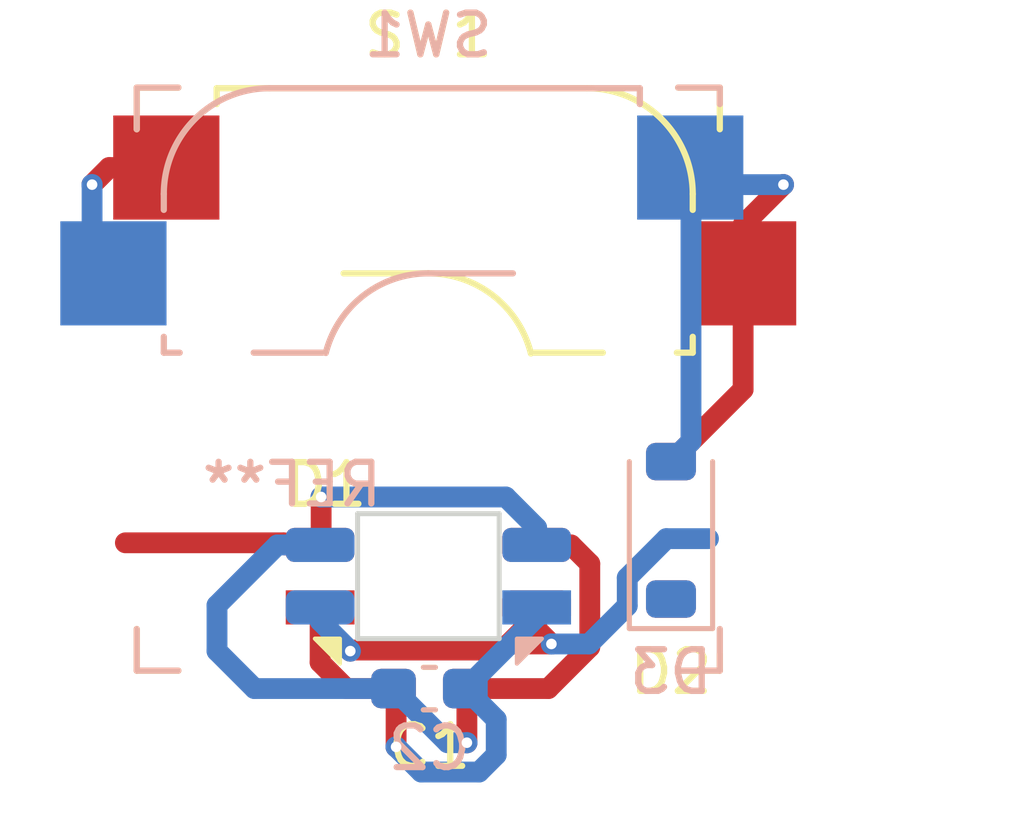
<source format=kicad_pcb>
(kicad_pcb (version 20240108) (generator "pcbnew") (generator_version "8.0")
  (layers (0 "F.Cu" signal) (31 "B.Cu" signal) (34 "B.Paste" user) (35 "F.Paste" user) (36 "B.SilkS" user "B.Silkscreen") (37 "F.SilkS" user "F.Silkscreen") (38 "B.Mask" user) (39 "F.Mask" user) (44 "Edge.Cuts" user))
  (net 0 "")
  (net 1 "VSYS")
  (net 2 "GND")
  (net 3 "/LED_Out")
  (net 4 "/LED_In")
  (net 5 "/Row")
  (net 6 "Net-(D2-A)")
  (net 7 "/Col")
  (footprint "Capacitor_SMD:C_0603_1608Metric_Pad1.08x0.95mm_HandSolder" (layer "F.Cu") (at 104.7 70.7 180)
    (property "Reference" "C1" (at 0 -1.4 0) (layer "F.SilkS"))
    (property "Value" "100nF")
    (fp_line (start -0.146267 0.51) (end 0.146267 0.51) (stroke (width 0.12)) (layer "F.SilkS"))
    (fp_line (start -0.146267 -0.51) (end 0.146267 -0.51) (stroke (width 0.12)) (layer "F.SilkS"))
    (pad "1" smd roundrect (at -0.8625 0 180) (size 1.075 0.95) (layers "F.Cu" "F.Paste" "F.Mask") (net 1 "VSYS"))
    (pad "2" smd roundrect (at 0.8625 0 180) (size 1.075 0.95) (layers "F.Cu" "F.Paste" "F.Mask") (net 2 "GND"))
  )
  (footprint "Extra:SK6812-MINI-E_ReverseMount_reversible" (layer "F.Cu") (at 104.675513 68.001152)
    (property "Reference" "D1" (at -2.466619 -2.193323 0) (layer "F.SilkS"))
    (property "Value" "~" (hide yes))
    (fp_poly (pts (xy 2.725 1.5) (xy 2.125 1.5) (xy 2.125 2.1)) (stroke (width 0.1)) (fill solid) (layer "B.SilkS"))
    (fp_poly (pts (xy -2.725 1.5) (xy -2.125 1.5) (xy -2.125 2.1)) (stroke (width 0.1)) (fill solid) (layer "F.SilkS"))
    (fp_line (start -1.7 -1.5) (end 1.7 -1.5) (stroke (width 0.12)) (layer "Edge.Cuts"))
    (fp_line (start -1.7 1.5) (end -1.7 -1.5) (stroke (width 0.12)) (layer "Edge.Cuts"))
    (fp_line (start 1.7 -1.5) (end 1.7 1.5) (stroke (width 0.12)) (layer "Edge.Cuts"))
    (fp_line (start 1.7 1.5) (end -1.7 1.5) (stroke (width 0.12)) (layer "Edge.Cuts"))
    (fp_text user "REF**" (at -3.275513 -2.201152 0) (layer "B.SilkS") (effects (justify mirror)))
    (pad "1" smd rect (at -2.6 0.75) (size 1.65 0.82) (layers "F.Cu" "F.Paste" "F.Mask") (net 2 "GND"))
    (pad "1" smd rect (at 2.6 0.75) (size 1.65 0.82) (layers "B.Cu" "B.Paste" "B.Mask") (net 2 "GND"))
    (pad "2" smd roundrect (at -2.6 -0.75) (size 1.65 0.82) (layers "F.Cu" "F.Paste" "F.Mask") (net 4 "/LED_In"))
    (pad "2" smd roundrect (at 2.6 -0.75) (size 1.65 0.82) (layers "B.Cu" "B.Paste" "B.Mask") (net 4 "/LED_In"))
    (pad "3" smd roundrect (at -2.6 -0.75) (size 1.65 0.82) (layers "B.Cu" "B.Paste" "B.Mask") (net 1 "VSYS"))
    (pad "3" smd roundrect (at 2.6 -0.75) (size 1.65 0.82) (layers "F.Cu" "F.Paste" "F.Mask") (net 1 "VSYS"))
    (pad "4" smd roundrect (at -2.6 0.75) (size 1.65 0.82) (layers "B.Cu" "B.Paste" "B.Mask") (net 3 "/LED_Out"))
    (pad "4" smd roundrect (at 2.6 0.75) (size 1.65 0.82) (layers "F.Cu" "F.Paste" "F.Mask") (net 3 "/LED_Out"))
  )
  (footprint "Diode_SMD:D_SOD-123" (layer "F.Cu") (at 110.5 66.9 90)
    (property "Reference" "D2" (at -3.4 0 180) (layer "F.SilkS"))
    (property "Value" "1N4148W")
    (fp_line (start -2.36 -1) (end 1.65 -1) (stroke (width 0.12)) (layer "F.SilkS"))
    (fp_line (start -2.36 -1) (end -2.36 1) (stroke (width 0.12)) (layer "F.SilkS"))
    (fp_line (start -2.36 1) (end 1.65 1) (stroke (width 0.12)) (layer "F.SilkS"))
    (pad "1" smd roundrect (at -1.65 0 90) (size 0.9 1.2) (layers "F.Cu" "F.Paste" "F.Mask") (net 5 "/Row"))
    (pad "2" smd roundrect (at 1.65 0 90) (size 0.9 1.2) (layers "F.Cu" "F.Paste" "F.Mask") (net 6 "Net-(D2-A)"))
  )
  (footprint "Extra:Kailh_socket_MX_reversible" (layer "F.Cu") (at 104.6725 63.27)
    (property "Reference" "SW1" (at 0 -8.255 0) (layer "F.SilkS"))
    (property "Value" "CPG151101S11")
    (fp_line (start -7 -7) (end -6 -7) (stroke (width 0.15)) (layer "B.SilkS"))
    (fp_line (start -7 -6) (end -7 -7) (stroke (width 0.15)) (layer "B.SilkS"))
    (fp_line (start -7 7) (end -7 6) (stroke (width 0.15)) (layer "B.SilkS"))
    (fp_line (start -6.35 -4.445) (end -6.35 -4.064) (stroke (width 0.15)) (layer "B.SilkS"))
    (fp_line (start -6.35 -1.016) (end -6.35 -0.635) (stroke (width 0.15)) (layer "B.SilkS"))
    (fp_line (start -6.35 -0.635) (end -5.969 -0.635) (stroke (width 0.15)) (layer "B.SilkS"))
    (fp_line (start -6 7) (end -7 7) (stroke (width 0.15)) (layer "B.SilkS"))
    (fp_line (start -4.191 -0.635) (end -2.54 -0.635) (stroke (width 0.15)) (layer "B.SilkS"))
    (fp_line (start 0 -2.54) (end 2.032 -2.54) (stroke (width 0.15)) (layer "B.SilkS"))
    (fp_line (start 5.08 -6.985) (end -3.81 -6.985) (stroke (width 0.15)) (layer "B.SilkS"))
    (fp_line (start 5.08 -6.604) (end 5.08 -6.985) (stroke (width 0.15)) (layer "B.SilkS"))
    (fp_line (start 6 -7) (end 7 -7) (stroke (width 0.15)) (layer "B.SilkS"))
    (fp_line (start 7 -7) (end 7 -6.604) (stroke (width 0.15)) (layer "B.SilkS"))
    (fp_line (start 7 6) (end 7 7) (stroke (width 0.15)) (layer "B.SilkS"))
    (fp_line (start 7 7) (end 6 7) (stroke (width 0.15)) (layer "B.SilkS"))
    (fp_arc (start -6.35 -4.445) (mid -5.606051 -6.241051) (end -3.81 -6.985) (stroke (width 0.15)) (layer "B.SilkS"))
    (fp_arc (start -2.461268 -0.627503) (mid -1.558484 -2.005674) (end 0 -2.54) (stroke (width 0.15)) (layer "B.SilkS"))
    (fp_line (start -7 -7) (end -6 -7) (stroke (width 0.15)) (layer "F.SilkS"))
    (fp_line (start -7 -6) (end -7 -7) (stroke (width 0.15)) (layer "F.SilkS"))
    (fp_line (start -7 7) (end -7 6) (stroke (width 0.15)) (layer "F.SilkS"))
    (fp_line (start -6 7) (end -7 7) (stroke (width 0.15)) (layer "F.SilkS"))
    (fp_line (start -5.08 -6.985) (end 3.81 -6.985) (stroke (width 0.15)) (layer "F.SilkS"))
    (fp_line (start -5.08 -6.604) (end -5.08 -6.985) (stroke (width 0.15)) (layer "F.SilkS"))
    (fp_line (start 0 -2.54) (end -2.032 -2.54) (stroke (width 0.15)) (layer "F.SilkS"))
    (fp_line (start 4.191 -0.635) (end 2.539999 -0.634999) (stroke (width 0.15)) (layer "F.SilkS"))
    (fp_line (start 6 -7) (end 7 -7) (stroke (width 0.15)) (layer "F.SilkS"))
    (fp_line (start 6.35 -4.445) (end 6.35 -4.064) (stroke (width 0.15)) (layer "F.SilkS"))
    (fp_line (start 6.35 -1.016) (end 6.35 -0.635) (stroke (width 0.15)) (layer "F.SilkS"))
    (fp_line (start 6.35 -0.635) (end 5.969 -0.635) (stroke (width 0.15)) (layer "F.SilkS"))
    (fp_line (start 7 -7) (end 7 -6) (stroke (width 0.15)) (layer "F.SilkS"))
    (fp_line (start 7 6.604) (end 7 7) (stroke (width 0.15)) (layer "F.SilkS"))
    (fp_line (start 7 7) (end 6 7) (stroke (width 0.15)) (layer "F.SilkS"))
    (fp_arc (start 0 -2.54) (mid 1.563147 -2.002042) (end 2.464162 -0.61604) (stroke (width 0.15)) (layer "F.SilkS"))
    (fp_arc (start 3.81 -6.985) (mid 5.606051 -6.241051) (end 6.35 -4.445) (stroke (width 0.15)) (layer "F.SilkS"))
    (fp_text user "${REFERENCE}" (at 0 -8.255 0) (layer "B.SilkS") (effects (justify mirror)))
    (pad "" np_thru_hole circle (at -5.08 0) (size 1.7018 1.7018) (drill 1.7018) (layers "*.Cu" "*.Mask"))
    (pad "" np_thru_hole circle (at -3.81 -2.54) (size 3 3) (drill 3) (layers "*.Cu" "*.Mask"))
    (pad "" np_thru_hole circle (at -2.54 -5.08 180) (size 3 3) (drill 3) (layers "*.Cu" "*.Mask"))
    (pad "" np_thru_hole circle (at 0 0) (size 3.9878 3.9878) (drill 3.9878) (layers "*.Cu" "*.Mask"))
    (pad "" np_thru_hole circle (at 2.54 -5.08) (size 3 3) (drill 3) (layers "*.Cu" "*.Mask"))
    (pad "" np_thru_hole circle (at 3.81 -2.54 180) (size 3 3) (drill 3) (layers "*.Cu" "*.Mask"))
    (pad "" np_thru_hole circle (at 5.08 0) (size 1.7018 1.7018) (drill 1.7018) (layers "*.Cu" "*.Mask"))
    (pad "1" smd rect (at -7.56 -2.54) (size 2.55 2.5) (layers "B.Cu" "B.Paste" "B.Mask") (net 7 "/Col"))
    (pad "1" smd rect (at -6.29 -5.08 180) (size 2.55 2.5) (layers "F.Cu" "F.Paste" "F.Mask") (net 7 "/Col"))
    (pad "2" smd rect (at 6.29 -5.08) (size 2.55 2.5) (layers "B.Cu" "B.Paste" "B.Mask") (net 6 "Net-(D2-A)"))
    (pad "2" smd rect (at 7.56 -2.54 180) (size 2.55 2.5) (layers "F.Cu" "F.Paste" "F.Mask") (net 6 "Net-(D2-A)"))
  )
  (footprint "Capacitor_SMD:C_0603_1608Metric_Pad1.08x0.95mm_HandSolder" (layer "B.Cu") (at 104.7 70.7)
    (property "Reference" "C2" (at 0 1.43 0) (layer "B.SilkS") (effects (justify mirror)))
    (property "Value" "100nF")
    (fp_line (start 0.146267 -0.51) (end -0.146267 -0.51) (stroke (width 0.12)) (layer "B.SilkS"))
    (fp_line (start 0.146267 0.51) (end -0.146267 0.51) (stroke (width 0.12)) (layer "B.SilkS"))
    (pad "1" smd roundrect (at -0.8625 0) (size 1.075 0.95) (layers "B.Cu" "B.Paste" "B.Mask") (net 1 "VSYS"))
    (pad "2" smd roundrect (at 0.8625 0) (size 1.075 0.95) (layers "B.Cu" "B.Paste" "B.Mask") (net 2 "GND"))
  )
  (footprint "Diode_SMD:D_SOD-123" (layer "B.Cu") (at 110.5 66.9 90)
    (property "Reference" "D3" (at -3.4 0 180) (layer "B.SilkS") (effects (justify mirror)))
    (property "Value" "1N4148W")
    (fp_line (start 1.65 -1) (end -2.36 -1) (stroke (width 0.12)) (layer "B.SilkS"))
    (fp_line (start -2.36 -1) (end -2.36 1) (stroke (width 0.12)) (layer "B.SilkS"))
    (fp_line (start 1.65 1) (end -2.36 1) (stroke (width 0.12)) (layer "B.SilkS"))
    (pad "1" smd roundrect (at -1.65 0 90) (size 0.9 1.2) (layers "B.Cu" "B.Paste" "B.Mask") (net 5 "/Row"))
    (pad "2" smd roundrect (at 1.65 0 90) (size 0.9 1.2) (layers "B.Cu" "B.Paste" "B.Mask") (net 6 "Net-(D2-A)"))
  )
  (segment (start 107.275513 67.251152) (end 108.100513 67.251152) (width 0.5) (layer "F.Cu") (net 1))
  (segment (start 105.6 70.7375) (end 105.5625 70.7) (width 0.5) (layer "F.Cu") (net 1))
  (segment (start 107.553715 70.7) (end 105.5625 70.7) (width 0.5) (layer "F.Cu") (net 1))
  (segment (start 108.550513 69.703202) (end 107.553715 70.7) (width 0.5) (layer "F.Cu") (net 1))
  (segment (start 105.6 72) (end 105.6 70.7375) (width 0.5) (layer "F.Cu") (net 1))
  (segment (start 108.550513 67.701152) (end 108.550513 69.703202) (width 0.5) (layer "F.Cu") (net 1))
  (segment (start 108.100513 67.251152) (end 108.550513 67.701152) (width 0.5) (layer "F.Cu") (net 1))
  (via (at 105.6 72) (size 0.508) (drill 0.254) (layers "F.Cu" "B.Cu") (net 1))
  (segment (start 99.6 68.7) (end 99.6 69.8) (width 0.5) (layer "B.Cu") (net 1))
  (segment (start 103.8375 70.7) (end 105.1375 72) (width 0.5) (layer "B.Cu") (net 1))
  (segment (start 101.048848 67.251152) (end 99.6 68.7) (width 0.5) (layer "B.Cu") (net 1))
  (segment (start 100.5 70.7) (end 103.8375 70.7) (width 0.5) (layer "B.Cu") (net 1))
  (segment (start 105.1375 72) (end 105.6 72) (width 0.5) (layer "B.Cu") (net 1))
  (segment (start 99.6 69.8) (end 100.5 70.7) (width 0.5) (layer "B.Cu") (net 1))
  (segment (start 102.075513 67.251152) (end 101.048848 67.251152) (width 0.5) (layer "B.Cu") (net 1))
  (segment (start 103.8375 70.7) (end 102.704393 70.7) (width 0.5) (layer "F.Cu") (net 2))
  (segment (start 102.704393 70.7) (end 102.075513 70.07112) (width 0.5) (layer "F.Cu") (net 2))
  (segment (start 102.075513 70.07112) (end 102.075513 68.751152) (width 0.5) (layer "F.Cu") (net 2))
  (segment (start 103.9 72.1) (end 103.9 70.7625) (width 0.5) (layer "F.Cu") (net 2))
  (segment (start 103.9 70.7625) (end 103.8375 70.7) (width 0.5) (layer "F.Cu") (net 2))
  (via (at 103.9 72.1) (size 0.508) (drill 0.254) (layers "F.Cu" "B.Cu") (net 2))
  (segment (start 105.891607 72.704) (end 104.504 72.704) (width 0.5) (layer "B.Cu") (net 2))
  (segment (start 105.5625 70.7) (end 106.304 71.4415) (width 0.5) (layer "B.Cu") (net 2))
  (segment (start 107.275513 68.986987) (end 107.275513 68.751152) (width 0.5) (layer "B.Cu") (net 2))
  (segment (start 106.304 72.291607) (end 105.891607 72.704) (width 0.5) (layer "B.Cu") (net 2))
  (segment (start 106.304 71.4415) (end 106.304 72.291607) (width 0.5) (layer "B.Cu") (net 2))
  (segment (start 105.5625 70.7) (end 107.275513 68.986987) (width 0.5) (layer "B.Cu") (net 2))
  (segment (start 104.504 72.704) (end 103.9 72.1) (width 0.5) (layer "B.Cu") (net 2))
  (segment (start 107.275513 68.954705) (end 107.275513 68.751152) (width 0.5) (layer "F.Cu") (net 3))
  (segment (start 102.825 69.775) (end 106.455218 69.775) (width 0.5) (layer "F.Cu") (net 3))
  (segment (start 106.455218 69.775) (end 107.275513 68.954705) (width 0.5) (layer "F.Cu") (net 3))
  (segment (start 106.601164 69.629054) (end 107.629054 69.629054) (width 0.5) (layer "F.Cu") (net 3))
  (segment (start 102.8 69.8) (end 102.825 69.775) (width 0.5) (layer "F.Cu") (net 3))
  (segment (start 107.275513 69.275513) (end 107.629054 69.629054) (width 0.5) (layer "F.Cu") (net 3))
  (segment (start 106.455218 69.775) (end 106.601164 69.629054) (width 0.5) (layer "F.Cu") (net 3))
  (segment (start 107.275513 68.751152) (end 107.275513 69.275513) (width 0.5) (layer "F.Cu") (net 3))
  (via (at 107.629054 69.629054) (size 0.508) (drill 0.254) (layers "F.Cu" "B.Cu") (net 3))
  (via (at 102.8 69.8) (size 0.508) (drill 0.254) (layers "F.Cu" "B.Cu") (net 3))
  (segment (start 102.075513 68.751152) (end 102.075513 69.075513) (width 0.5) (layer "B.Cu") (net 3))
  (segment (start 107.629054 69.629054) (end 108.532611 69.629054) (width 0.5) (layer "B.Cu") (net 3))
  (segment (start 108.532611 69.629054) (end 109.45 68.711665) (width 0.5) (layer "B.Cu") (net 3))
  (segment (start 102.075513 69.075513) (end 102.8 69.8) (width 0.5) (layer "B.Cu") (net 3))
  (segment (start 110.389172 67.1) (end 111.4 67.1) (width 0.5) (layer "B.Cu") (net 3))
  (segment (start 109.45 68.039172) (end 110.389172 67.1) (width 0.5) (layer "B.Cu") (net 3))
  (segment (start 109.45 68.711665) (end 109.45 68.039172) (width 0.5) (layer "B.Cu") (net 3))
  (segment (start 102.075513 67.251152) (end 101.250513 67.251152) (width 0.5) (layer "F.Cu") (net 4))
  (segment (start 102.1 67.226665) (end 102.075513 67.251152) (width 0.5) (layer "F.Cu") (net 4))
  (segment (start 102.1 66.1) (end 102.1 67.226665) (width 0.5) (layer "F.Cu") (net 4))
  (segment (start 101.250513 67.251152) (end 101.199361 67.2) (width 0.5) (layer "F.Cu") (net 4))
  (segment (start 101.199361 67.2) (end 97.4 67.2) (width 0.5) (layer "F.Cu") (net 4))
  (via (at 102.1 66.1) (size 0.508) (drill 0.254) (layers "F.Cu" "B.Cu") (net 4))
  (segment (start 107.275513 66.841152) (end 106.534361 66.1) (width 0.5) (layer "B.Cu") (net 4))
  (segment (start 107.275513 67.251152) (end 107.275513 66.841152) (width 0.5) (layer "B.Cu") (net 4))
  (segment (start 106.534361 66.1) (end 102.1 66.1) (width 0.5) (layer "B.Cu") (net 4))
  (segment (start 112.2325 60.73) (end 112.2325 59.5675) (width 0.5) (layer "F.Cu") (net 6))
  (segment (start 112.2325 59.5675) (end 113.2 58.6) (width 0.5) (layer "F.Cu") (net 6))
  (segment (start 112.2325 63.5175) (end 112.2325 60.73) (width 0.5) (layer "F.Cu") (net 6))
  (segment (start 110.5 65.25) (end 112.2325 63.5175) (width 0.5) (layer "F.Cu") (net 6))
  (via (at 113.2 58.6) (size 0.508) (drill 0.254) (layers "F.Cu" "B.Cu") (net 6))
  (segment (start 110.9804 58.2079) (end 110.9625 58.19) (width 0.5) (layer "B.Cu") (net 6))
  (segment (start 113.2 58.6) (end 111.3725 58.6) (width 0.5) (layer "B.Cu") (net 6))
  (segment (start 110.9804 64.7696) (end 110.9804 58.2079) (width 0.5) (layer "B.Cu") (net 6))
  (segment (start 110.5 65.25) (end 110.9804 64.7696) (width 0.5) (layer "B.Cu") (net 6))
  (segment (start 111.3725 58.6) (end 110.9625 58.19) (width 0.5) (layer "B.Cu") (net 6))
  (segment (start 98.3825 58.19) (end 97.01 58.19) (width 0.5) (layer "F.Cu") (net 7))
  (segment (start 97.01 58.19) (end 96.6 58.6) (width 0.5) (layer "F.Cu") (net 7))
  (via (at 96.6 58.6) (size 0.508) (drill 0.254) (layers "F.Cu" "B.Cu") (net 7))
  (segment (start 96.6 58.6) (end 96.6 60.2175) (width 0.5) (layer "B.Cu") (net 7))
  (segment (start 96.6 60.2175) (end 97.1125 60.73) (width 0.5) (layer "B.Cu") (net 7))
)
</source>
